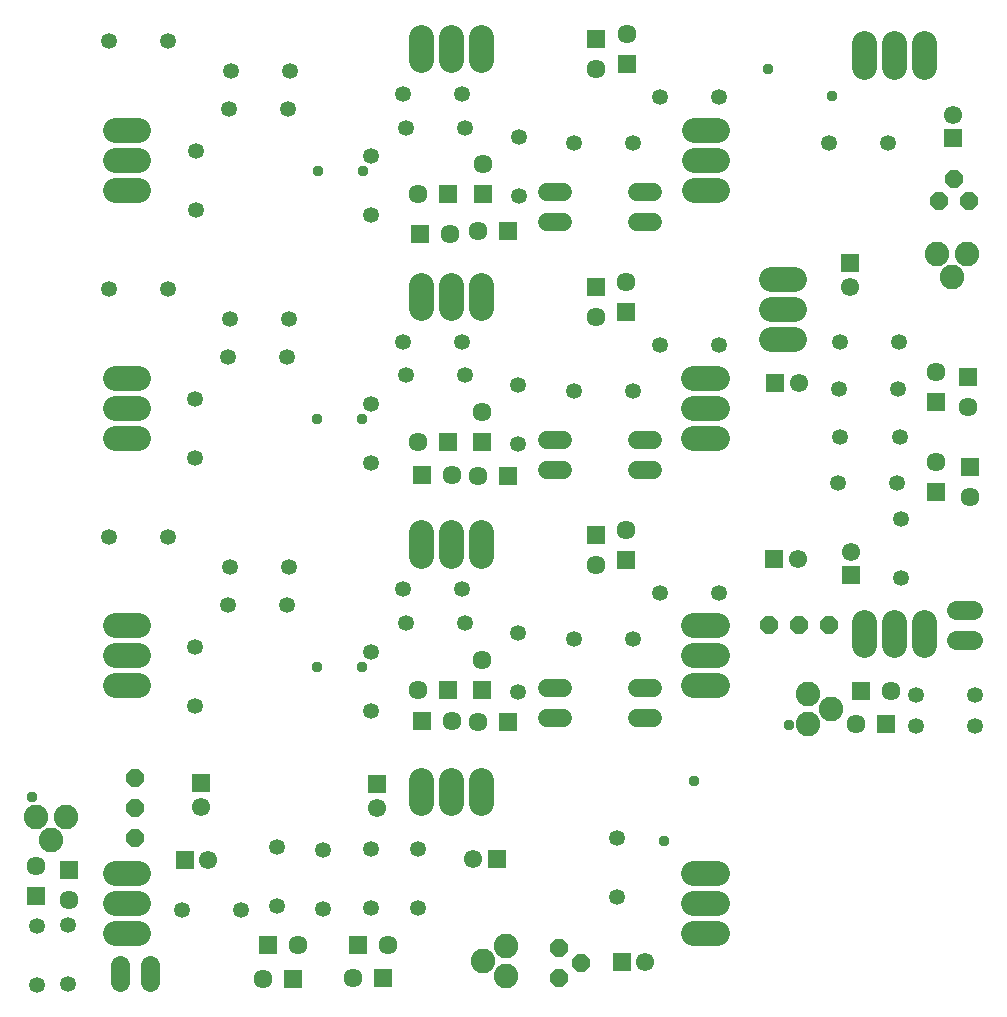
<source format=gbr>
G04 EAGLE Gerber X2 export*
%TF.Part,Single*%
%TF.FileFunction,Soldermask,Bot,1*%
%TF.FilePolarity,Positive*%
%TF.GenerationSoftware,Autodesk,EAGLE,9.2.2*%
%TF.CreationDate,2019-03-12T14:11:56Z*%
G75*
%MOMM*%
%FSLAX34Y34*%
%LPD*%
%INSoldermask Bottom*%
%AMOC8*
5,1,8,0,0,1.08239X$1,22.5*%
G01*
%ADD10C,1.346200*%
%ADD11C,1.611200*%
%ADD12R,1.611200X1.611200*%
%ADD13C,2.159000*%
%ADD14C,1.524000*%
%ADD15R,1.553200X1.553200*%
%ADD16C,1.553200*%
%ADD17C,2.082800*%
%ADD18P,1.649562X8X292.500000*%
%ADD19P,1.649562X8X112.500000*%
%ADD20C,1.625600*%
%ADD21P,1.649562X8X22.500000*%
%ADD22P,1.649562X8X202.500000*%
%ADD23C,0.959600*%


D10*
X334608Y899073D03*
X384608Y899073D03*
X305008Y874973D03*
X305008Y824973D03*
X235808Y946973D03*
X185808Y946973D03*
X132808Y972573D03*
X82808Y972573D03*
X381808Y927773D03*
X331808Y927773D03*
X234008Y914973D03*
X184008Y914973D03*
X156308Y878973D03*
X156308Y828973D03*
D11*
X371408Y809273D03*
D12*
X346008Y809273D03*
D11*
X344308Y842773D03*
D12*
X369708Y842773D03*
D11*
X399319Y868325D03*
D12*
X399319Y842925D03*
D11*
X395508Y811473D03*
D12*
X420908Y811473D03*
D11*
X521108Y977973D03*
D12*
X521108Y952573D03*
D11*
X495508Y948573D03*
D12*
X495508Y973973D03*
D13*
X577967Y897304D02*
X597525Y897304D01*
X597525Y871904D02*
X577967Y871904D01*
X577967Y846504D02*
X597525Y846504D01*
X107525Y897304D02*
X87967Y897304D01*
X87967Y871904D02*
X107525Y871904D01*
X107525Y846504D02*
X87967Y846504D01*
X346946Y956443D02*
X346946Y976001D01*
X372346Y976001D02*
X372346Y956443D01*
X397746Y956443D02*
X397746Y976001D01*
D10*
X476501Y886102D03*
X526501Y886102D03*
D14*
X530159Y818797D02*
X543367Y818797D01*
X543367Y844197D02*
X530159Y844197D01*
X467167Y844197D02*
X453959Y844197D01*
X453959Y818797D02*
X467167Y818797D01*
D10*
X429550Y891078D03*
X429550Y841078D03*
X549650Y924990D03*
X599650Y924990D03*
X334315Y689228D03*
X384315Y689228D03*
X304715Y665128D03*
X304715Y615128D03*
X235515Y737128D03*
X185515Y737128D03*
X132515Y762728D03*
X82515Y762728D03*
X381515Y717928D03*
X331515Y717928D03*
X233715Y705128D03*
X183715Y705128D03*
X156015Y669128D03*
X156015Y619128D03*
D11*
X372891Y605111D03*
D12*
X347491Y605111D03*
D11*
X344015Y632928D03*
D12*
X369415Y632928D03*
D11*
X399026Y658479D03*
D12*
X399026Y633079D03*
D11*
X395570Y604469D03*
D12*
X420970Y604469D03*
D11*
X520815Y768128D03*
D12*
X520815Y742728D03*
D11*
X495215Y738728D03*
D12*
X495215Y764128D03*
D13*
X577674Y687458D02*
X597232Y687458D01*
X597232Y662058D02*
X577674Y662058D01*
X577674Y636658D02*
X597232Y636658D01*
X107232Y687458D02*
X87674Y687458D01*
X87674Y662058D02*
X107232Y662058D01*
X107232Y636658D02*
X87674Y636658D01*
X346653Y746597D02*
X346653Y766155D01*
X372053Y766155D02*
X372053Y746597D01*
X397453Y746597D02*
X397453Y766155D01*
D10*
X476208Y676256D03*
X526208Y676256D03*
D14*
X529867Y608952D02*
X543075Y608952D01*
X543075Y634352D02*
X529867Y634352D01*
X466875Y634352D02*
X453667Y634352D01*
X453667Y608952D02*
X466875Y608952D01*
D10*
X429258Y681232D03*
X429258Y631232D03*
X549357Y715145D03*
X599357Y715145D03*
X334315Y479350D03*
X384315Y479350D03*
X304715Y455250D03*
X304715Y405250D03*
X235515Y527250D03*
X185515Y527250D03*
X132515Y552850D03*
X82515Y552850D03*
X381515Y508050D03*
X331515Y508050D03*
X233715Y495250D03*
X183715Y495250D03*
X156015Y459250D03*
X156015Y409250D03*
D11*
X373246Y396371D03*
D12*
X347846Y396371D03*
D11*
X344015Y423050D03*
D12*
X369415Y423050D03*
D11*
X399026Y448602D03*
D12*
X399026Y423202D03*
D11*
X395215Y396189D03*
D12*
X420615Y396189D03*
D11*
X520815Y558250D03*
D12*
X520815Y532850D03*
D11*
X495215Y528850D03*
D12*
X495215Y554250D03*
D13*
X577673Y477581D02*
X597231Y477581D01*
X597231Y452181D02*
X577673Y452181D01*
X577673Y426781D02*
X597231Y426781D01*
X107231Y477581D02*
X87673Y477581D01*
X87673Y452181D02*
X107231Y452181D01*
X107231Y426781D02*
X87673Y426781D01*
X346652Y536720D02*
X346652Y556278D01*
X372052Y556278D02*
X372052Y536720D01*
X397452Y536720D02*
X397452Y556278D01*
D10*
X476208Y466379D03*
X526208Y466379D03*
D14*
X529866Y399074D02*
X543074Y399074D01*
X543074Y424474D02*
X529866Y424474D01*
X466874Y424474D02*
X453666Y424474D01*
X453666Y399074D02*
X466874Y399074D01*
D10*
X429257Y471354D03*
X429257Y421354D03*
X549357Y505267D03*
X599357Y505267D03*
X513151Y247394D03*
X513151Y297394D03*
D15*
X411086Y279825D03*
D16*
X391086Y279825D03*
D17*
X418629Y180688D03*
X399579Y193388D03*
X418629Y206088D03*
D18*
X463463Y179243D03*
X482513Y191943D03*
X463463Y204643D03*
D15*
X516963Y192424D03*
D16*
X536963Y192424D03*
D10*
X344253Y238180D03*
X344253Y288180D03*
X264305Y287698D03*
X264305Y237698D03*
D11*
X213338Y178235D03*
D12*
X238738Y178235D03*
D11*
X242532Y206818D03*
D12*
X217132Y206818D03*
D15*
X309574Y343233D03*
D16*
X309574Y323233D03*
D19*
X104482Y348591D03*
X104482Y323191D03*
X104482Y297791D03*
D17*
X46650Y315073D03*
X33950Y296023D03*
X21250Y315073D03*
D15*
X146837Y278918D03*
D16*
X166837Y278918D03*
D11*
X48703Y245267D03*
D12*
X48703Y270667D03*
D11*
X21130Y274211D03*
D12*
X21130Y248811D03*
D10*
X21866Y173273D03*
X21866Y223273D03*
D15*
X160336Y343951D03*
D16*
X160336Y323951D03*
D10*
X224956Y290106D03*
X224956Y240106D03*
X194826Y236806D03*
X144826Y236806D03*
X304429Y238661D03*
X304429Y288661D03*
D11*
X289538Y179418D03*
D12*
X314938Y179418D03*
D11*
X318938Y206789D03*
D12*
X293538Y206789D03*
D13*
X577627Y267738D02*
X597185Y267738D01*
X597185Y242338D02*
X577627Y242338D01*
X577627Y216938D02*
X597185Y216938D01*
X107185Y267738D02*
X87627Y267738D01*
X87627Y242338D02*
X107185Y242338D01*
X107185Y216938D02*
X87627Y216938D01*
X346606Y326877D02*
X346606Y346435D01*
X372006Y346435D02*
X372006Y326877D01*
X397406Y326877D02*
X397406Y346435D01*
D10*
X48507Y173788D03*
X48507Y223788D03*
D20*
X92080Y189684D02*
X92080Y175460D01*
X117480Y175460D02*
X117480Y189684D01*
D10*
X742441Y886257D03*
X692441Y886257D03*
D15*
X710010Y784192D03*
D16*
X710010Y764192D03*
D17*
X809148Y791735D03*
X796448Y772685D03*
X783748Y791735D03*
D21*
X810593Y836569D03*
X797893Y855619D03*
X785193Y836569D03*
D15*
X797411Y890069D03*
D16*
X797411Y910069D03*
D10*
X751656Y717359D03*
X701656Y717359D03*
X702137Y637411D03*
X752137Y637411D03*
D11*
X811601Y586444D03*
D12*
X811601Y611844D03*
D11*
X783018Y615638D03*
D12*
X783018Y590238D03*
D15*
X646603Y682681D03*
D16*
X666603Y682681D03*
D22*
X641244Y477588D03*
X666644Y477588D03*
X692044Y477588D03*
D17*
X674763Y419756D03*
X693813Y407056D03*
X674763Y394356D03*
D15*
X710918Y519943D03*
D16*
X710918Y539943D03*
D11*
X744569Y421809D03*
D12*
X719169Y421809D03*
D11*
X715625Y394236D03*
D12*
X741025Y394236D03*
D10*
X816355Y392284D03*
X766355Y392284D03*
D15*
X645884Y533443D03*
D16*
X665884Y533443D03*
D10*
X699729Y598062D03*
X749729Y598062D03*
X753029Y567933D03*
X753029Y517933D03*
X751174Y677535D03*
X701174Y677535D03*
D11*
X810418Y662644D03*
D12*
X810418Y688044D03*
D11*
X783047Y692044D03*
D12*
X783047Y666644D03*
D13*
X722097Y950733D02*
X722097Y970291D01*
X747497Y970291D02*
X747497Y950733D01*
X772897Y950733D02*
X772897Y970291D01*
X722097Y480291D02*
X722097Y460733D01*
X747497Y460733D02*
X747497Y480291D01*
X772897Y480291D02*
X772897Y460733D01*
X662958Y719712D02*
X643400Y719712D01*
X643400Y745112D02*
X662958Y745112D01*
X662958Y770512D02*
X643400Y770512D01*
D10*
X816047Y418304D03*
X766047Y418304D03*
D20*
X800152Y465187D02*
X814376Y465187D01*
X814376Y490587D02*
X800152Y490587D01*
D23*
X259552Y862181D03*
X297652Y862181D03*
X259259Y652335D03*
X297359Y652335D03*
X259259Y442458D03*
X297359Y442458D03*
X17355Y331974D03*
X552441Y294997D03*
X577750Y345834D03*
X658542Y393210D03*
X694838Y925548D03*
X640350Y948487D03*
M02*

</source>
